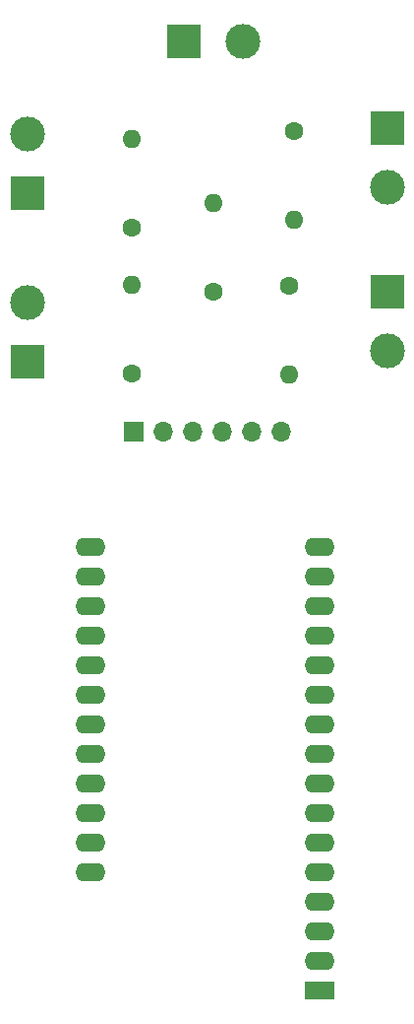
<source format=gbr>
%TF.GenerationSoftware,KiCad,Pcbnew,9.0.0*%
%TF.CreationDate,2025-04-01T22:06:04-04:00*%
%TF.ProjectId,asl,61736c2e-6b69-4636-9164-5f7063625858,rev?*%
%TF.SameCoordinates,Original*%
%TF.FileFunction,Soldermask,Bot*%
%TF.FilePolarity,Negative*%
%FSLAX46Y46*%
G04 Gerber Fmt 4.6, Leading zero omitted, Abs format (unit mm)*
G04 Created by KiCad (PCBNEW 9.0.0) date 2025-04-01 22:06:04*
%MOMM*%
%LPD*%
G01*
G04 APERTURE LIST*
G04 Aperture macros list*
%AMRoundRect*
0 Rectangle with rounded corners*
0 $1 Rounding radius*
0 $2 $3 $4 $5 $6 $7 $8 $9 X,Y pos of 4 corners*
0 Add a 4 corners polygon primitive as box body*
4,1,4,$2,$3,$4,$5,$6,$7,$8,$9,$2,$3,0*
0 Add four circle primitives for the rounded corners*
1,1,$1+$1,$2,$3*
1,1,$1+$1,$4,$5*
1,1,$1+$1,$6,$7*
1,1,$1+$1,$8,$9*
0 Add four rect primitives between the rounded corners*
20,1,$1+$1,$2,$3,$4,$5,0*
20,1,$1+$1,$4,$5,$6,$7,0*
20,1,$1+$1,$6,$7,$8,$9,0*
20,1,$1+$1,$8,$9,$2,$3,0*%
G04 Aperture macros list end*
%ADD10O,1.600000X1.600000*%
%ADD11C,1.600000*%
%ADD12R,3.000000X3.000000*%
%ADD13C,3.000000*%
%ADD14RoundRect,0.250000X1.050000X0.550000X-1.050000X0.550000X-1.050000X-0.550000X1.050000X-0.550000X0*%
%ADD15O,2.600000X1.600000*%
%ADD16R,1.700000X1.700000*%
%ADD17O,1.700000X1.700000*%
G04 APERTURE END LIST*
D10*
%TO.C,R3*%
X146500000Y-64780000D03*
D11*
X146500000Y-72400000D03*
%TD*%
D12*
%TO.C,J1*%
X130500000Y-78440000D03*
D13*
X130500000Y-73360000D03*
%TD*%
D14*
%TO.C,A1*%
X155700000Y-132400000D03*
D15*
X155700000Y-129860000D03*
X155700000Y-127320000D03*
X155700000Y-124780000D03*
X155700000Y-122240000D03*
X155700000Y-119700000D03*
X155700000Y-117160000D03*
X155700000Y-114620000D03*
X155700000Y-112080000D03*
X155700000Y-109540000D03*
X155700000Y-107000000D03*
X155700000Y-104460000D03*
X155700000Y-101920000D03*
X155700000Y-99380000D03*
X155700000Y-96840000D03*
X155700000Y-94300000D03*
X135980000Y-94300000D03*
X135980000Y-96840000D03*
X135980000Y-99380000D03*
X135980000Y-101920000D03*
X135980000Y-104460000D03*
X135980000Y-107000000D03*
X135980000Y-109540000D03*
X135980000Y-112080000D03*
X135980000Y-114620000D03*
X135980000Y-117160000D03*
X135980000Y-119700000D03*
X135980000Y-122240000D03*
%TD*%
D11*
%TO.C,R1*%
X139500000Y-79400000D03*
D10*
X139500000Y-71780000D03*
%TD*%
D11*
%TO.C,R5*%
X153000000Y-71900000D03*
D10*
X153000000Y-79520000D03*
%TD*%
D11*
%TO.C,R2*%
X139500000Y-66900000D03*
D10*
X139500000Y-59280000D03*
%TD*%
D12*
%TO.C,J4*%
X161500000Y-58320000D03*
D13*
X161500000Y-63400000D03*
%TD*%
D12*
%TO.C,J2*%
X130500000Y-63940000D03*
D13*
X130500000Y-58860000D03*
%TD*%
D12*
%TO.C,J3*%
X143960000Y-50900000D03*
D13*
X149040000Y-50900000D03*
%TD*%
D16*
%TO.C,J6*%
X139675000Y-84375000D03*
D17*
X142215000Y-84375000D03*
X144755000Y-84375000D03*
X147295000Y-84375000D03*
X149835000Y-84375000D03*
X152375000Y-84375000D03*
%TD*%
D12*
%TO.C,J5*%
X161500000Y-72360000D03*
D13*
X161500000Y-77440000D03*
%TD*%
D11*
%TO.C,R4*%
X153500000Y-58590000D03*
D10*
X153500000Y-66210000D03*
%TD*%
M02*

</source>
